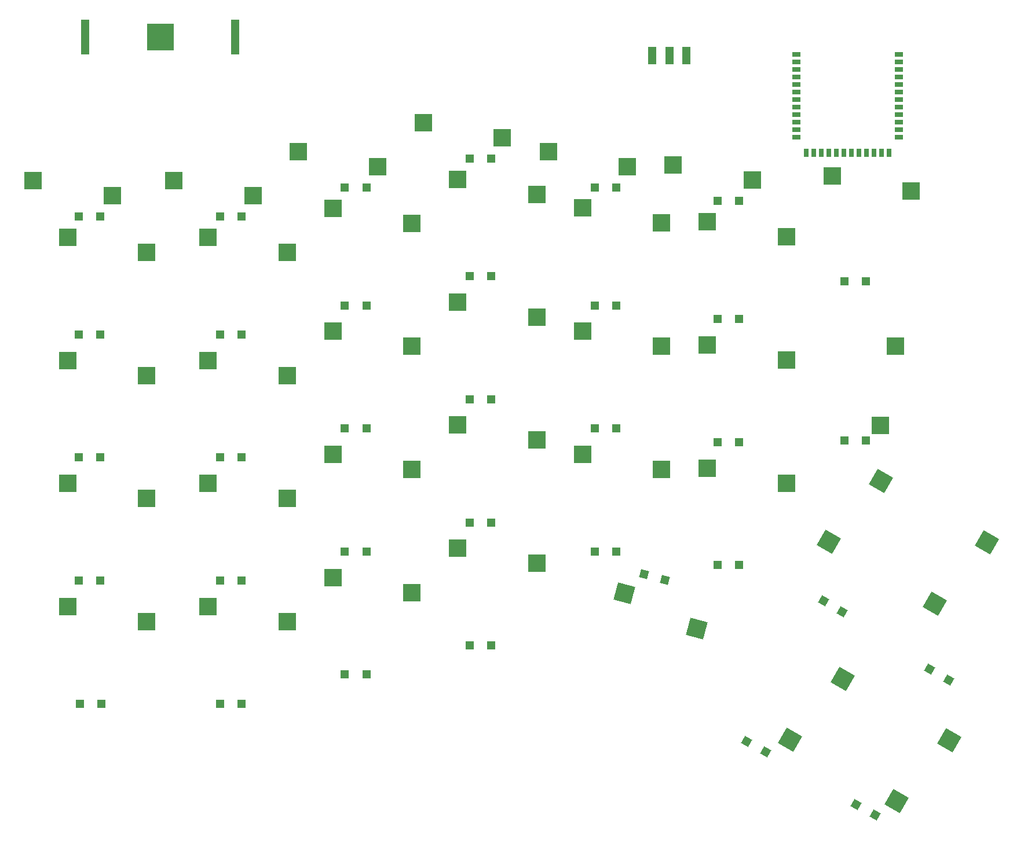
<source format=gbp>
G04 #@! TF.GenerationSoftware,KiCad,Pcbnew,7.0.2*
G04 #@! TF.CreationDate,2023-04-27T22:28:51+02:00*
G04 #@! TF.ProjectId,redox_rev1,7265646f-785f-4726-9576-312e6b696361,1.0*
G04 #@! TF.SameCoordinates,Original*
G04 #@! TF.FileFunction,Paste,Bot*
G04 #@! TF.FilePolarity,Positive*
%FSLAX46Y46*%
G04 Gerber Fmt 4.6, Leading zero omitted, Abs format (unit mm)*
G04 Created by KiCad (PCBNEW 7.0.2) date 2023-04-27 22:28:51*
%MOMM*%
%LPD*%
G01*
G04 APERTURE LIST*
G04 Aperture macros list*
%AMRotRect*
0 Rectangle, with rotation*
0 The origin of the aperture is its center*
0 $1 length*
0 $2 width*
0 $3 Rotation angle, in degrees counterclockwise*
0 Add horizontal line*
21,1,$1,$2,0,0,$3*%
G04 Aperture macros list end*
%ADD10R,1.200000X1.200000*%
%ADD11RotRect,1.200000X1.200000X150.000000*%
%ADD12RotRect,1.200000X1.200000X165.000000*%
%ADD13R,2.600000X2.600000*%
%ADD14RotRect,2.600000X2.600000X60.000000*%
%ADD15RotRect,2.600000X2.600000X345.000000*%
%ADD16RotRect,2.600000X2.600000X240.000000*%
%ADD17R,1.250000X2.500000*%
%ADD18R,1.198880X0.698500*%
%ADD19R,0.698500X1.198880*%
%ADD20R,1.270000X5.080000*%
%ADD21R,3.960000X3.960000*%
G04 APERTURE END LIST*
D10*
X79470000Y-62800000D03*
X82620000Y-62800000D03*
X100120000Y-62800000D03*
X103270000Y-62800000D03*
X118370000Y-58550000D03*
X121520000Y-58550000D03*
X136620000Y-54300000D03*
X139770000Y-54300000D03*
X154870000Y-58550000D03*
X158020000Y-58550000D03*
X172870000Y-60550000D03*
X176020000Y-60550000D03*
X191370000Y-72300000D03*
X194520000Y-72300000D03*
X79470000Y-80050000D03*
X82620000Y-80050000D03*
X100120000Y-80050000D03*
X103270000Y-80050000D03*
X118370000Y-75800000D03*
X121520000Y-75800000D03*
X136620000Y-71550000D03*
X139770000Y-71550000D03*
X154870000Y-75800000D03*
X158020000Y-75800000D03*
X172870000Y-77800000D03*
X176020000Y-77800000D03*
X191370000Y-95550000D03*
X194520000Y-95550000D03*
X79470000Y-98050000D03*
X82620000Y-98050000D03*
X100120000Y-98050000D03*
X103270000Y-98050000D03*
X118370000Y-93800000D03*
X121520000Y-93800000D03*
X136620000Y-89550000D03*
X139770000Y-89550000D03*
X154870000Y-93800000D03*
X158020000Y-93800000D03*
X172870000Y-95800000D03*
X176020000Y-95800000D03*
D11*
X188370000Y-119050000D03*
X191097980Y-120625000D03*
D10*
X79470000Y-116050000D03*
X82620000Y-116050000D03*
X100120000Y-116050000D03*
X103270000Y-116050000D03*
X118370000Y-111800000D03*
X121520000Y-111800000D03*
X136620000Y-107550000D03*
X139770000Y-107550000D03*
X154870000Y-111800000D03*
X158020000Y-111800000D03*
X172870000Y-113800000D03*
X176020000Y-113800000D03*
D11*
X203870000Y-129050000D03*
X206597980Y-130625000D03*
D10*
X79620000Y-134050000D03*
X82770000Y-134050000D03*
X100120000Y-134050000D03*
X103270000Y-134050000D03*
X118370000Y-129800000D03*
X121520000Y-129800000D03*
X136620000Y-125550000D03*
X139770000Y-125550000D03*
D12*
X162098667Y-115142360D03*
X165141333Y-115957640D03*
D11*
X177120000Y-139550000D03*
X179847980Y-141125000D03*
X193120000Y-148800000D03*
X195847980Y-150375000D03*
D13*
X84370000Y-59750000D03*
X72820000Y-57550000D03*
X104920000Y-59750000D03*
X93370000Y-57550000D03*
X123145000Y-55550000D03*
X111595000Y-53350000D03*
X141395000Y-51300000D03*
X129845000Y-49100000D03*
X159645000Y-55550000D03*
X148095000Y-53350000D03*
X177895000Y-57500000D03*
X166345000Y-55300000D03*
X189595000Y-56850000D03*
X201145000Y-59050000D03*
X77820000Y-65850000D03*
X89370000Y-68050000D03*
X98370000Y-65850000D03*
X109920000Y-68050000D03*
X116620000Y-61600000D03*
X128170000Y-63800000D03*
X134870000Y-57350000D03*
X146420000Y-59550000D03*
X153120000Y-61550000D03*
X164670000Y-63750000D03*
X171345000Y-63600000D03*
X182895000Y-65800000D03*
X198820000Y-81775000D03*
X196620000Y-93325000D03*
X77820000Y-83850000D03*
X89370000Y-86050000D03*
X98370000Y-83850000D03*
X109920000Y-86050000D03*
X116620000Y-79600000D03*
X128170000Y-81800000D03*
X134870000Y-75300000D03*
X146420000Y-77500000D03*
X153120000Y-79600000D03*
X164670000Y-81800000D03*
X171345000Y-81600000D03*
X182895000Y-83800000D03*
D14*
X189079649Y-110411233D03*
X196759905Y-101508640D03*
D13*
X77820000Y-101850000D03*
X89370000Y-104050000D03*
X98370000Y-101850000D03*
X109920000Y-104050000D03*
X116620000Y-97600000D03*
X128170000Y-99800000D03*
X134870000Y-93300000D03*
X146420000Y-95500000D03*
X153120000Y-97600000D03*
X164670000Y-99800000D03*
X171345000Y-99600000D03*
X182895000Y-101800000D03*
D14*
X204579649Y-119411233D03*
X212259905Y-110508640D03*
D13*
X77820000Y-119850000D03*
X89370000Y-122050000D03*
X98370000Y-119850000D03*
X109920000Y-122050000D03*
X116620000Y-115600000D03*
X128170000Y-117800000D03*
X134870000Y-111300000D03*
X146420000Y-113500000D03*
D15*
X159246566Y-117955109D03*
X169833608Y-123069506D03*
D16*
X191160351Y-130438767D03*
X183480095Y-139341360D03*
X206701248Y-139438767D03*
X199020992Y-148341360D03*
D17*
X163320000Y-39304000D03*
X165820000Y-39304000D03*
X168320000Y-39304000D03*
D18*
X199368080Y-39077740D03*
X199368080Y-40177560D03*
X199368080Y-41277380D03*
X199368080Y-42377200D03*
X199368080Y-43477020D03*
X199368080Y-44576840D03*
X199368080Y-45676660D03*
X199368080Y-46776480D03*
X199368080Y-47876300D03*
X199368080Y-48976120D03*
X199368080Y-50075940D03*
X199368080Y-51175760D03*
D19*
X197917740Y-53525260D03*
X196817920Y-53525260D03*
X195718100Y-53525260D03*
X194618280Y-53525260D03*
X193518460Y-53525260D03*
X192418640Y-53525260D03*
X191321360Y-53525260D03*
X190221540Y-53525260D03*
X189121720Y-53525260D03*
X188021900Y-53525260D03*
X186922080Y-53525260D03*
X185822260Y-53525260D03*
D18*
X184371920Y-51175760D03*
X184371920Y-50075940D03*
X184371920Y-48976120D03*
X184371920Y-47876300D03*
X184371920Y-46776480D03*
X184371920Y-45676660D03*
X184371920Y-44576840D03*
X184371920Y-43477020D03*
X184371920Y-42377200D03*
X184371920Y-41277380D03*
X184371920Y-40177560D03*
X184371920Y-39077740D03*
D20*
X80400000Y-36550000D03*
X102370000Y-36550000D03*
D21*
X91385000Y-36550000D03*
M02*

</source>
